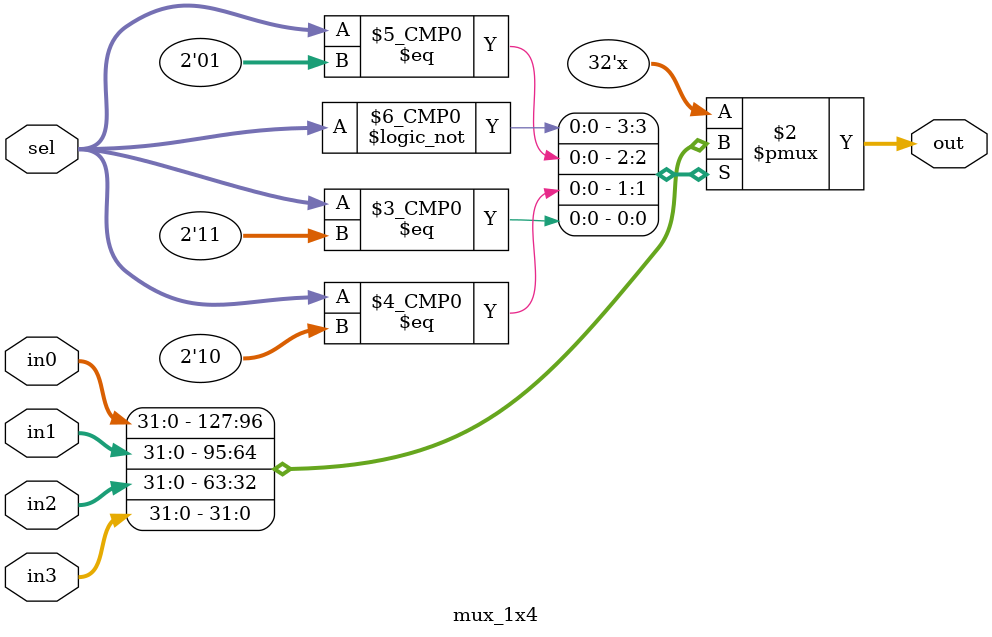
<source format=v>
module mux_1x4(sel, in0, in1, in2, in3, out);

	parameter WIDTH = 32;
	input[1:0] sel;
	input [WIDTH - 1:0] in0, in1, in2, in3;

	output reg [WIDTH - 1:0] out;

	always @(sel or in0 or in1 or in2 or in3) begin

		case (sel)

			2'b00 : out = in0;
			2'b01 : out = in1;
			2'b10 : out = in2;
			2'b11 : out = in3;

		endcase

	end

endmodule 
</source>
